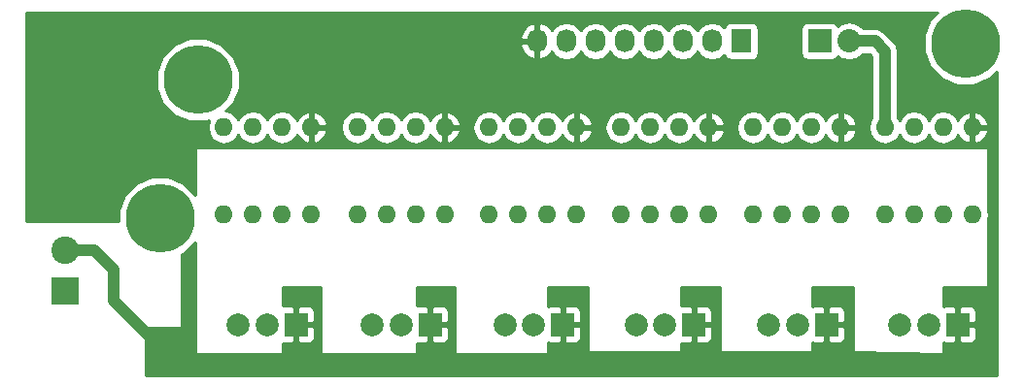
<source format=gbr>
G04 #@! TF.FileFunction,Copper,L2,Bot,Signal*
%FSLAX46Y46*%
G04 Gerber Fmt 4.6, Leading zero omitted, Abs format (unit mm)*
G04 Created by KiCad (PCBNEW 4.0.6+dfsg1-1) date Wed Nov 29 19:26:48 2017*
%MOMM*%
%LPD*%
G01*
G04 APERTURE LIST*
%ADD10C,0.100000*%
%ADD11R,2.000000X2.000000*%
%ADD12C,2.000000*%
%ADD13R,2.400000X2.400000*%
%ADD14C,2.400000*%
%ADD15O,1.600000X1.600000*%
%ADD16R,1.727200X2.032000*%
%ADD17O,1.727200X2.032000*%
%ADD18R,2.032000X2.032000*%
%ADD19O,2.032000X2.032000*%
%ADD20C,6.000000*%
%ADD21C,0.600000*%
%ADD22C,1.000000*%
%ADD23C,0.500000*%
%ADD24C,0.254000*%
G04 APERTURE END LIST*
D10*
D11*
X177850800Y-118084600D03*
D12*
X175310800Y-118084600D03*
X172810800Y-118084600D03*
D11*
X200837800Y-118084600D03*
D12*
X198297800Y-118084600D03*
X195797800Y-118084600D03*
D13*
X146022800Y-115127600D03*
D14*
X146022800Y-111627600D03*
D15*
X171500800Y-108483400D03*
X174040800Y-108483400D03*
X176580800Y-108483400D03*
X179120800Y-108483400D03*
X179120800Y-100863400D03*
X176580800Y-100863400D03*
X174040800Y-100863400D03*
X171500800Y-100863400D03*
X159893000Y-108483400D03*
X162433000Y-108483400D03*
X164973000Y-108483400D03*
X167513000Y-108483400D03*
X167513000Y-100863400D03*
X164973000Y-100863400D03*
X162433000Y-100863400D03*
X159893000Y-100863400D03*
D11*
X166166800Y-118084600D03*
D12*
X163626800Y-118084600D03*
X161126800Y-118084600D03*
D16*
X204978000Y-93345000D03*
D17*
X202438000Y-93345000D03*
X199898000Y-93345000D03*
X197358000Y-93345000D03*
X194818000Y-93345000D03*
X192278000Y-93345000D03*
X189738000Y-93345000D03*
X187198000Y-93345000D03*
D11*
X223824800Y-118084600D03*
D12*
X221284800Y-118084600D03*
X218784800Y-118084600D03*
D11*
X212394800Y-118084600D03*
D12*
X209854800Y-118084600D03*
X207354800Y-118084600D03*
D11*
X189407800Y-118084600D03*
D12*
X186867800Y-118084600D03*
X184367800Y-118084600D03*
D15*
X183000000Y-108500000D03*
X185540000Y-108500000D03*
X188080000Y-108500000D03*
X190620000Y-108500000D03*
X190620000Y-100880000D03*
X188080000Y-100880000D03*
X185540000Y-100880000D03*
X183000000Y-100880000D03*
X194500000Y-108500000D03*
X197040000Y-108500000D03*
X199580000Y-108500000D03*
X202120000Y-108500000D03*
X202120000Y-100880000D03*
X199580000Y-100880000D03*
X197040000Y-100880000D03*
X194500000Y-100880000D03*
X206000000Y-108500000D03*
X208540000Y-108500000D03*
X211080000Y-108500000D03*
X213620000Y-108500000D03*
X213620000Y-100880000D03*
X211080000Y-100880000D03*
X208540000Y-100880000D03*
X206000000Y-100880000D03*
X217500000Y-108500000D03*
X220040000Y-108500000D03*
X222580000Y-108500000D03*
X225120000Y-108500000D03*
X225120000Y-100880000D03*
X222580000Y-100880000D03*
X220040000Y-100880000D03*
X217500000Y-100880000D03*
D18*
X211822800Y-93327600D03*
D19*
X214362800Y-93327600D03*
D20*
X224522800Y-93527600D03*
X154322800Y-108827600D03*
X157622800Y-96727600D03*
D21*
X154722800Y-120427600D03*
D22*
X150272800Y-115977600D02*
X154722800Y-120427600D01*
X150272800Y-115977600D02*
X150272800Y-113327600D01*
X150272800Y-113327600D02*
X148572800Y-111627600D01*
X146022800Y-111627600D02*
X148572800Y-111627600D01*
D23*
X167513000Y-100507800D02*
X167513000Y-100863400D01*
D22*
X217500000Y-100880000D02*
X217500000Y-94204800D01*
X216622800Y-93327600D02*
X214362800Y-93327600D01*
X217500000Y-94204800D02*
X216622800Y-93327600D01*
D24*
G36*
X221442994Y-91465849D02*
X220888432Y-92801382D01*
X220887170Y-94247474D01*
X221439400Y-95583972D01*
X222461049Y-96607406D01*
X223796582Y-97161968D01*
X225242674Y-97163230D01*
X226579172Y-96611000D01*
X227212800Y-95978477D01*
X227212800Y-122517600D01*
X153049800Y-122517600D01*
X153049800Y-118404600D01*
X156122800Y-118404600D01*
X156168959Y-118395915D01*
X156211353Y-118368635D01*
X156239794Y-118327010D01*
X156249800Y-118277600D01*
X156249800Y-111964455D01*
X156379172Y-111911000D01*
X157402606Y-110889351D01*
X157403800Y-110886476D01*
X157403800Y-120497600D01*
X157412485Y-120543759D01*
X157439765Y-120586153D01*
X157481390Y-120614594D01*
X157530800Y-120624600D01*
X164896800Y-120624600D01*
X164942959Y-120615915D01*
X164985353Y-120588635D01*
X165013794Y-120547010D01*
X165023800Y-120497600D01*
X165023800Y-119712686D01*
X165040491Y-119719600D01*
X165881050Y-119719600D01*
X166039800Y-119560850D01*
X166039800Y-118211600D01*
X166293800Y-118211600D01*
X166293800Y-119560850D01*
X166452550Y-119719600D01*
X167293109Y-119719600D01*
X167526498Y-119622927D01*
X167705127Y-119444299D01*
X167801800Y-119210910D01*
X167801800Y-118370350D01*
X167643050Y-118211600D01*
X166293800Y-118211600D01*
X166039800Y-118211600D01*
X166019800Y-118211600D01*
X166019800Y-117957600D01*
X166039800Y-117957600D01*
X166039800Y-116608350D01*
X166293800Y-116608350D01*
X166293800Y-117957600D01*
X167643050Y-117957600D01*
X167801800Y-117798850D01*
X167801800Y-116958290D01*
X167705127Y-116724901D01*
X167526498Y-116546273D01*
X167293109Y-116449600D01*
X166452550Y-116449600D01*
X166293800Y-116608350D01*
X166039800Y-116608350D01*
X165881050Y-116449600D01*
X165040491Y-116449600D01*
X165023800Y-116456514D01*
X165023800Y-114782600D01*
X168325800Y-114782600D01*
X168325800Y-120497600D01*
X168334485Y-120543759D01*
X168361765Y-120586153D01*
X168403390Y-120614594D01*
X168452800Y-120624600D01*
X176580800Y-120624600D01*
X176626959Y-120615915D01*
X176669353Y-120588635D01*
X176697794Y-120547010D01*
X176707800Y-120497600D01*
X176707800Y-119712686D01*
X176724491Y-119719600D01*
X177565050Y-119719600D01*
X177723800Y-119560850D01*
X177723800Y-118211600D01*
X177977800Y-118211600D01*
X177977800Y-119560850D01*
X178136550Y-119719600D01*
X178977109Y-119719600D01*
X179210498Y-119622927D01*
X179389127Y-119444299D01*
X179485800Y-119210910D01*
X179485800Y-118370350D01*
X179327050Y-118211600D01*
X177977800Y-118211600D01*
X177723800Y-118211600D01*
X177703800Y-118211600D01*
X177703800Y-117957600D01*
X177723800Y-117957600D01*
X177723800Y-116608350D01*
X177977800Y-116608350D01*
X177977800Y-117957600D01*
X179327050Y-117957600D01*
X179485800Y-117798850D01*
X179485800Y-116958290D01*
X179389127Y-116724901D01*
X179210498Y-116546273D01*
X178977109Y-116449600D01*
X178136550Y-116449600D01*
X177977800Y-116608350D01*
X177723800Y-116608350D01*
X177565050Y-116449600D01*
X176724491Y-116449600D01*
X176707800Y-116456514D01*
X176707800Y-114782600D01*
X180009800Y-114782600D01*
X180009800Y-120497600D01*
X180018485Y-120543759D01*
X180045765Y-120586153D01*
X180087390Y-120614594D01*
X180136800Y-120624600D01*
X188010800Y-120624600D01*
X188056959Y-120615915D01*
X188099353Y-120588635D01*
X188127794Y-120547010D01*
X188137800Y-120497600D01*
X188137800Y-119660081D01*
X188281491Y-119719600D01*
X189122050Y-119719600D01*
X189280800Y-119560850D01*
X189280800Y-118211600D01*
X189534800Y-118211600D01*
X189534800Y-119560850D01*
X189693550Y-119719600D01*
X190534109Y-119719600D01*
X190767498Y-119622927D01*
X190946127Y-119444299D01*
X191042800Y-119210910D01*
X191042800Y-118370350D01*
X190884050Y-118211600D01*
X189534800Y-118211600D01*
X189280800Y-118211600D01*
X189260800Y-118211600D01*
X189260800Y-117957600D01*
X189280800Y-117957600D01*
X189280800Y-116608350D01*
X189534800Y-116608350D01*
X189534800Y-117957600D01*
X190884050Y-117957600D01*
X191042800Y-117798850D01*
X191042800Y-116958290D01*
X190946127Y-116724901D01*
X190767498Y-116546273D01*
X190534109Y-116449600D01*
X189693550Y-116449600D01*
X189534800Y-116608350D01*
X189280800Y-116608350D01*
X189122050Y-116449600D01*
X188281491Y-116449600D01*
X188137800Y-116509119D01*
X188137800Y-114782600D01*
X191566800Y-114782600D01*
X191566800Y-120370600D01*
X191575485Y-120416759D01*
X191602765Y-120459153D01*
X191644390Y-120487594D01*
X191693800Y-120497600D01*
X199567800Y-120497600D01*
X199613959Y-120488915D01*
X199656353Y-120461635D01*
X199684794Y-120420010D01*
X199694800Y-120370600D01*
X199694800Y-119712686D01*
X199711491Y-119719600D01*
X200552050Y-119719600D01*
X200710800Y-119560850D01*
X200710800Y-118211600D01*
X200964800Y-118211600D01*
X200964800Y-119560850D01*
X201123550Y-119719600D01*
X201964109Y-119719600D01*
X202197498Y-119622927D01*
X202376127Y-119444299D01*
X202472800Y-119210910D01*
X202472800Y-118370350D01*
X202314050Y-118211600D01*
X200964800Y-118211600D01*
X200710800Y-118211600D01*
X200690800Y-118211600D01*
X200690800Y-117957600D01*
X200710800Y-117957600D01*
X200710800Y-116608350D01*
X200964800Y-116608350D01*
X200964800Y-117957600D01*
X202314050Y-117957600D01*
X202472800Y-117798850D01*
X202472800Y-116958290D01*
X202376127Y-116724901D01*
X202197498Y-116546273D01*
X201964109Y-116449600D01*
X201123550Y-116449600D01*
X200964800Y-116608350D01*
X200710800Y-116608350D01*
X200552050Y-116449600D01*
X199711491Y-116449600D01*
X199694800Y-116456514D01*
X199694800Y-114782600D01*
X203123800Y-114782600D01*
X203123800Y-120370600D01*
X203132485Y-120416759D01*
X203159765Y-120459153D01*
X203201390Y-120487594D01*
X203250800Y-120497600D01*
X210997800Y-120497600D01*
X211043959Y-120488915D01*
X211086353Y-120461635D01*
X211114794Y-120420010D01*
X211124800Y-120370600D01*
X211124800Y-119660081D01*
X211268491Y-119719600D01*
X212109050Y-119719600D01*
X212267800Y-119560850D01*
X212267800Y-118211600D01*
X212521800Y-118211600D01*
X212521800Y-119560850D01*
X212680550Y-119719600D01*
X213521109Y-119719600D01*
X213754498Y-119622927D01*
X213933127Y-119444299D01*
X214029800Y-119210910D01*
X214029800Y-118370350D01*
X213871050Y-118211600D01*
X212521800Y-118211600D01*
X212267800Y-118211600D01*
X212247800Y-118211600D01*
X212247800Y-117957600D01*
X212267800Y-117957600D01*
X212267800Y-116608350D01*
X212521800Y-116608350D01*
X212521800Y-117957600D01*
X213871050Y-117957600D01*
X214029800Y-117798850D01*
X214029800Y-116958290D01*
X213933127Y-116724901D01*
X213754498Y-116546273D01*
X213521109Y-116449600D01*
X212680550Y-116449600D01*
X212521800Y-116608350D01*
X212267800Y-116608350D01*
X212109050Y-116449600D01*
X211268491Y-116449600D01*
X211124800Y-116509119D01*
X211124800Y-114782600D01*
X214680800Y-114782600D01*
X214680800Y-120370600D01*
X214688733Y-120414781D01*
X214715302Y-120457624D01*
X214756447Y-120486755D01*
X214805684Y-120497582D01*
X222425684Y-120624582D01*
X222473959Y-120615915D01*
X222516353Y-120588635D01*
X222544794Y-120547010D01*
X222554800Y-120497600D01*
X222554800Y-119660081D01*
X222698491Y-119719600D01*
X223539050Y-119719600D01*
X223697800Y-119560850D01*
X223697800Y-118211600D01*
X223951800Y-118211600D01*
X223951800Y-119560850D01*
X224110550Y-119719600D01*
X224951109Y-119719600D01*
X225184498Y-119622927D01*
X225363127Y-119444299D01*
X225459800Y-119210910D01*
X225459800Y-118370350D01*
X225301050Y-118211600D01*
X223951800Y-118211600D01*
X223697800Y-118211600D01*
X223677800Y-118211600D01*
X223677800Y-117957600D01*
X223697800Y-117957600D01*
X223697800Y-116608350D01*
X223951800Y-116608350D01*
X223951800Y-117957600D01*
X225301050Y-117957600D01*
X225459800Y-117798850D01*
X225459800Y-116958290D01*
X225363127Y-116724901D01*
X225184498Y-116546273D01*
X224951109Y-116449600D01*
X224110550Y-116449600D01*
X223951800Y-116608350D01*
X223697800Y-116608350D01*
X223539050Y-116449600D01*
X222698491Y-116449600D01*
X222554800Y-116509119D01*
X222554800Y-114782600D01*
X226364800Y-114782600D01*
X226410959Y-114773915D01*
X226453353Y-114746635D01*
X226481794Y-114705010D01*
X226491800Y-114655600D01*
X226491800Y-108845841D01*
X226555000Y-108528113D01*
X226555000Y-108471887D01*
X226491800Y-108154159D01*
X226491800Y-102717600D01*
X226483115Y-102671441D01*
X226455835Y-102629047D01*
X226414210Y-102600606D01*
X226364800Y-102590600D01*
X157530800Y-102590600D01*
X157484641Y-102599285D01*
X157442247Y-102626565D01*
X157413806Y-102668190D01*
X157403800Y-102717600D01*
X157403800Y-106768824D01*
X156384551Y-105747794D01*
X155049018Y-105193232D01*
X153602926Y-105191970D01*
X152266428Y-105744200D01*
X151242994Y-106765849D01*
X150688432Y-108101382D01*
X150687604Y-109050600D01*
X142632800Y-109050600D01*
X142632800Y-97447474D01*
X153987170Y-97447474D01*
X154539400Y-98783972D01*
X155561049Y-99807406D01*
X156896582Y-100361968D01*
X158342674Y-100363230D01*
X158581717Y-100264459D01*
X158567233Y-100286136D01*
X158458000Y-100835287D01*
X158458000Y-100891513D01*
X158567233Y-101440664D01*
X158878302Y-101906211D01*
X159343849Y-102217280D01*
X159893000Y-102326513D01*
X160442151Y-102217280D01*
X160907698Y-101906211D01*
X161163000Y-101524125D01*
X161418302Y-101906211D01*
X161883849Y-102217280D01*
X162433000Y-102326513D01*
X162982151Y-102217280D01*
X163447698Y-101906211D01*
X163703000Y-101524125D01*
X163958302Y-101906211D01*
X164423849Y-102217280D01*
X164973000Y-102326513D01*
X165522151Y-102217280D01*
X165987698Y-101906211D01*
X166257986Y-101501697D01*
X166360611Y-101718534D01*
X166775577Y-102094441D01*
X167163961Y-102255304D01*
X167386000Y-102133315D01*
X167386000Y-100990400D01*
X167640000Y-100990400D01*
X167640000Y-102133315D01*
X167862039Y-102255304D01*
X168250423Y-102094441D01*
X168665389Y-101718534D01*
X168904914Y-101212441D01*
X168783629Y-100990400D01*
X167640000Y-100990400D01*
X167386000Y-100990400D01*
X167366000Y-100990400D01*
X167366000Y-100835287D01*
X170065800Y-100835287D01*
X170065800Y-100891513D01*
X170175033Y-101440664D01*
X170486102Y-101906211D01*
X170951649Y-102217280D01*
X171500800Y-102326513D01*
X172049951Y-102217280D01*
X172515498Y-101906211D01*
X172770800Y-101524125D01*
X173026102Y-101906211D01*
X173491649Y-102217280D01*
X174040800Y-102326513D01*
X174589951Y-102217280D01*
X175055498Y-101906211D01*
X175310800Y-101524125D01*
X175566102Y-101906211D01*
X176031649Y-102217280D01*
X176580800Y-102326513D01*
X177129951Y-102217280D01*
X177595498Y-101906211D01*
X177865786Y-101501697D01*
X177968411Y-101718534D01*
X178383377Y-102094441D01*
X178771761Y-102255304D01*
X178993800Y-102133315D01*
X178993800Y-100990400D01*
X179247800Y-100990400D01*
X179247800Y-102133315D01*
X179469839Y-102255304D01*
X179858223Y-102094441D01*
X180273189Y-101718534D01*
X180512714Y-101212441D01*
X180391429Y-100990400D01*
X179247800Y-100990400D01*
X178993800Y-100990400D01*
X178973800Y-100990400D01*
X178973800Y-100851887D01*
X181565000Y-100851887D01*
X181565000Y-100908113D01*
X181674233Y-101457264D01*
X181985302Y-101922811D01*
X182450849Y-102233880D01*
X183000000Y-102343113D01*
X183549151Y-102233880D01*
X184014698Y-101922811D01*
X184270000Y-101540725D01*
X184525302Y-101922811D01*
X184990849Y-102233880D01*
X185540000Y-102343113D01*
X186089151Y-102233880D01*
X186554698Y-101922811D01*
X186810000Y-101540725D01*
X187065302Y-101922811D01*
X187530849Y-102233880D01*
X188080000Y-102343113D01*
X188629151Y-102233880D01*
X189094698Y-101922811D01*
X189364986Y-101518297D01*
X189467611Y-101735134D01*
X189882577Y-102111041D01*
X190270961Y-102271904D01*
X190493000Y-102149915D01*
X190493000Y-101007000D01*
X190747000Y-101007000D01*
X190747000Y-102149915D01*
X190969039Y-102271904D01*
X191357423Y-102111041D01*
X191772389Y-101735134D01*
X192011914Y-101229041D01*
X191890629Y-101007000D01*
X190747000Y-101007000D01*
X190493000Y-101007000D01*
X190473000Y-101007000D01*
X190473000Y-100851887D01*
X193065000Y-100851887D01*
X193065000Y-100908113D01*
X193174233Y-101457264D01*
X193485302Y-101922811D01*
X193950849Y-102233880D01*
X194500000Y-102343113D01*
X195049151Y-102233880D01*
X195514698Y-101922811D01*
X195770000Y-101540725D01*
X196025302Y-101922811D01*
X196490849Y-102233880D01*
X197040000Y-102343113D01*
X197589151Y-102233880D01*
X198054698Y-101922811D01*
X198310000Y-101540725D01*
X198565302Y-101922811D01*
X199030849Y-102233880D01*
X199580000Y-102343113D01*
X200129151Y-102233880D01*
X200594698Y-101922811D01*
X200864986Y-101518297D01*
X200967611Y-101735134D01*
X201382577Y-102111041D01*
X201770961Y-102271904D01*
X201993000Y-102149915D01*
X201993000Y-101007000D01*
X202247000Y-101007000D01*
X202247000Y-102149915D01*
X202469039Y-102271904D01*
X202857423Y-102111041D01*
X203272389Y-101735134D01*
X203511914Y-101229041D01*
X203390629Y-101007000D01*
X202247000Y-101007000D01*
X201993000Y-101007000D01*
X201973000Y-101007000D01*
X201973000Y-100851887D01*
X204565000Y-100851887D01*
X204565000Y-100908113D01*
X204674233Y-101457264D01*
X204985302Y-101922811D01*
X205450849Y-102233880D01*
X206000000Y-102343113D01*
X206549151Y-102233880D01*
X207014698Y-101922811D01*
X207270000Y-101540725D01*
X207525302Y-101922811D01*
X207990849Y-102233880D01*
X208540000Y-102343113D01*
X209089151Y-102233880D01*
X209554698Y-101922811D01*
X209810000Y-101540725D01*
X210065302Y-101922811D01*
X210530849Y-102233880D01*
X211080000Y-102343113D01*
X211629151Y-102233880D01*
X212094698Y-101922811D01*
X212364986Y-101518297D01*
X212467611Y-101735134D01*
X212882577Y-102111041D01*
X213270961Y-102271904D01*
X213493000Y-102149915D01*
X213493000Y-101007000D01*
X213747000Y-101007000D01*
X213747000Y-102149915D01*
X213969039Y-102271904D01*
X214357423Y-102111041D01*
X214772389Y-101735134D01*
X215011914Y-101229041D01*
X214890629Y-101007000D01*
X213747000Y-101007000D01*
X213493000Y-101007000D01*
X213473000Y-101007000D01*
X213473000Y-100753000D01*
X213493000Y-100753000D01*
X213493000Y-99610085D01*
X213747000Y-99610085D01*
X213747000Y-100753000D01*
X214890629Y-100753000D01*
X215011914Y-100530959D01*
X214772389Y-100024866D01*
X214357423Y-99648959D01*
X213969039Y-99488096D01*
X213747000Y-99610085D01*
X213493000Y-99610085D01*
X213270961Y-99488096D01*
X212882577Y-99648959D01*
X212467611Y-100024866D01*
X212364986Y-100241703D01*
X212094698Y-99837189D01*
X211629151Y-99526120D01*
X211080000Y-99416887D01*
X210530849Y-99526120D01*
X210065302Y-99837189D01*
X209810000Y-100219275D01*
X209554698Y-99837189D01*
X209089151Y-99526120D01*
X208540000Y-99416887D01*
X207990849Y-99526120D01*
X207525302Y-99837189D01*
X207270000Y-100219275D01*
X207014698Y-99837189D01*
X206549151Y-99526120D01*
X206000000Y-99416887D01*
X205450849Y-99526120D01*
X204985302Y-99837189D01*
X204674233Y-100302736D01*
X204565000Y-100851887D01*
X201973000Y-100851887D01*
X201973000Y-100753000D01*
X201993000Y-100753000D01*
X201993000Y-99610085D01*
X202247000Y-99610085D01*
X202247000Y-100753000D01*
X203390629Y-100753000D01*
X203511914Y-100530959D01*
X203272389Y-100024866D01*
X202857423Y-99648959D01*
X202469039Y-99488096D01*
X202247000Y-99610085D01*
X201993000Y-99610085D01*
X201770961Y-99488096D01*
X201382577Y-99648959D01*
X200967611Y-100024866D01*
X200864986Y-100241703D01*
X200594698Y-99837189D01*
X200129151Y-99526120D01*
X199580000Y-99416887D01*
X199030849Y-99526120D01*
X198565302Y-99837189D01*
X198310000Y-100219275D01*
X198054698Y-99837189D01*
X197589151Y-99526120D01*
X197040000Y-99416887D01*
X196490849Y-99526120D01*
X196025302Y-99837189D01*
X195770000Y-100219275D01*
X195514698Y-99837189D01*
X195049151Y-99526120D01*
X194500000Y-99416887D01*
X193950849Y-99526120D01*
X193485302Y-99837189D01*
X193174233Y-100302736D01*
X193065000Y-100851887D01*
X190473000Y-100851887D01*
X190473000Y-100753000D01*
X190493000Y-100753000D01*
X190493000Y-99610085D01*
X190747000Y-99610085D01*
X190747000Y-100753000D01*
X191890629Y-100753000D01*
X192011914Y-100530959D01*
X191772389Y-100024866D01*
X191357423Y-99648959D01*
X190969039Y-99488096D01*
X190747000Y-99610085D01*
X190493000Y-99610085D01*
X190270961Y-99488096D01*
X189882577Y-99648959D01*
X189467611Y-100024866D01*
X189364986Y-100241703D01*
X189094698Y-99837189D01*
X188629151Y-99526120D01*
X188080000Y-99416887D01*
X187530849Y-99526120D01*
X187065302Y-99837189D01*
X186810000Y-100219275D01*
X186554698Y-99837189D01*
X186089151Y-99526120D01*
X185540000Y-99416887D01*
X184990849Y-99526120D01*
X184525302Y-99837189D01*
X184270000Y-100219275D01*
X184014698Y-99837189D01*
X183549151Y-99526120D01*
X183000000Y-99416887D01*
X182450849Y-99526120D01*
X181985302Y-99837189D01*
X181674233Y-100302736D01*
X181565000Y-100851887D01*
X178973800Y-100851887D01*
X178973800Y-100736400D01*
X178993800Y-100736400D01*
X178993800Y-99593485D01*
X179247800Y-99593485D01*
X179247800Y-100736400D01*
X180391429Y-100736400D01*
X180512714Y-100514359D01*
X180273189Y-100008266D01*
X179858223Y-99632359D01*
X179469839Y-99471496D01*
X179247800Y-99593485D01*
X178993800Y-99593485D01*
X178771761Y-99471496D01*
X178383377Y-99632359D01*
X177968411Y-100008266D01*
X177865786Y-100225103D01*
X177595498Y-99820589D01*
X177129951Y-99509520D01*
X176580800Y-99400287D01*
X176031649Y-99509520D01*
X175566102Y-99820589D01*
X175310800Y-100202675D01*
X175055498Y-99820589D01*
X174589951Y-99509520D01*
X174040800Y-99400287D01*
X173491649Y-99509520D01*
X173026102Y-99820589D01*
X172770800Y-100202675D01*
X172515498Y-99820589D01*
X172049951Y-99509520D01*
X171500800Y-99400287D01*
X170951649Y-99509520D01*
X170486102Y-99820589D01*
X170175033Y-100286136D01*
X170065800Y-100835287D01*
X167366000Y-100835287D01*
X167366000Y-100736400D01*
X167386000Y-100736400D01*
X167386000Y-99593485D01*
X167640000Y-99593485D01*
X167640000Y-100736400D01*
X168783629Y-100736400D01*
X168904914Y-100514359D01*
X168665389Y-100008266D01*
X168250423Y-99632359D01*
X167862039Y-99471496D01*
X167640000Y-99593485D01*
X167386000Y-99593485D01*
X167163961Y-99471496D01*
X166775577Y-99632359D01*
X166360611Y-100008266D01*
X166257986Y-100225103D01*
X165987698Y-99820589D01*
X165522151Y-99509520D01*
X164973000Y-99400287D01*
X164423849Y-99509520D01*
X163958302Y-99820589D01*
X163703000Y-100202675D01*
X163447698Y-99820589D01*
X162982151Y-99509520D01*
X162433000Y-99400287D01*
X161883849Y-99509520D01*
X161418302Y-99820589D01*
X161163000Y-100202675D01*
X160907698Y-99820589D01*
X160442151Y-99509520D01*
X160057770Y-99433062D01*
X160702606Y-98789351D01*
X161257168Y-97453818D01*
X161258430Y-96007726D01*
X160706200Y-94671228D01*
X159743567Y-93706913D01*
X185712816Y-93706913D01*
X185906046Y-94259320D01*
X186295964Y-94695732D01*
X186823209Y-94949709D01*
X186838974Y-94952358D01*
X187071000Y-94831217D01*
X187071000Y-93472000D01*
X185857076Y-93472000D01*
X185712816Y-93706913D01*
X159743567Y-93706913D01*
X159684551Y-93647794D01*
X158349018Y-93093232D01*
X156902926Y-93091970D01*
X155566428Y-93644200D01*
X154542994Y-94665849D01*
X153988432Y-96001382D01*
X153987170Y-97447474D01*
X142632800Y-97447474D01*
X142632800Y-92983087D01*
X185712816Y-92983087D01*
X185857076Y-93218000D01*
X187071000Y-93218000D01*
X187071000Y-91858783D01*
X187325000Y-91858783D01*
X187325000Y-93218000D01*
X187345000Y-93218000D01*
X187345000Y-93472000D01*
X187325000Y-93472000D01*
X187325000Y-94831217D01*
X187557026Y-94952358D01*
X187572791Y-94949709D01*
X188100036Y-94695732D01*
X188471539Y-94279931D01*
X188678330Y-94589415D01*
X189164511Y-94914271D01*
X189738000Y-95028345D01*
X190311489Y-94914271D01*
X190797670Y-94589415D01*
X191008000Y-94274634D01*
X191218330Y-94589415D01*
X191704511Y-94914271D01*
X192278000Y-95028345D01*
X192851489Y-94914271D01*
X193337670Y-94589415D01*
X193548000Y-94274634D01*
X193758330Y-94589415D01*
X194244511Y-94914271D01*
X194818000Y-95028345D01*
X195391489Y-94914271D01*
X195877670Y-94589415D01*
X196088000Y-94274634D01*
X196298330Y-94589415D01*
X196784511Y-94914271D01*
X197358000Y-95028345D01*
X197931489Y-94914271D01*
X198417670Y-94589415D01*
X198628000Y-94274634D01*
X198838330Y-94589415D01*
X199324511Y-94914271D01*
X199898000Y-95028345D01*
X200471489Y-94914271D01*
X200957670Y-94589415D01*
X201168000Y-94274634D01*
X201378330Y-94589415D01*
X201864511Y-94914271D01*
X202438000Y-95028345D01*
X203011489Y-94914271D01*
X203497670Y-94589415D01*
X203507243Y-94575087D01*
X203511238Y-94596317D01*
X203650310Y-94812441D01*
X203862510Y-94957431D01*
X204114400Y-95008440D01*
X205841600Y-95008440D01*
X206076917Y-94964162D01*
X206293041Y-94825090D01*
X206438031Y-94612890D01*
X206489040Y-94361000D01*
X206489040Y-92329000D01*
X206485766Y-92311600D01*
X210159360Y-92311600D01*
X210159360Y-94343600D01*
X210203638Y-94578917D01*
X210342710Y-94795041D01*
X210554910Y-94940031D01*
X210806800Y-94991040D01*
X212838800Y-94991040D01*
X213074117Y-94946762D01*
X213290241Y-94807690D01*
X213391998Y-94658763D01*
X213730990Y-94885270D01*
X214362800Y-95010945D01*
X214994610Y-94885270D01*
X215530233Y-94527378D01*
X215573516Y-94462600D01*
X216152668Y-94462600D01*
X216365000Y-94674932D01*
X216365000Y-100017233D01*
X216174233Y-100302736D01*
X216065000Y-100851887D01*
X216065000Y-100908113D01*
X216174233Y-101457264D01*
X216485302Y-101922811D01*
X216950849Y-102233880D01*
X217500000Y-102343113D01*
X218049151Y-102233880D01*
X218514698Y-101922811D01*
X218770000Y-101540725D01*
X219025302Y-101922811D01*
X219490849Y-102233880D01*
X220040000Y-102343113D01*
X220589151Y-102233880D01*
X221054698Y-101922811D01*
X221310000Y-101540725D01*
X221565302Y-101922811D01*
X222030849Y-102233880D01*
X222580000Y-102343113D01*
X223129151Y-102233880D01*
X223594698Y-101922811D01*
X223864986Y-101518297D01*
X223967611Y-101735134D01*
X224382577Y-102111041D01*
X224770961Y-102271904D01*
X224993000Y-102149915D01*
X224993000Y-101007000D01*
X225247000Y-101007000D01*
X225247000Y-102149915D01*
X225469039Y-102271904D01*
X225857423Y-102111041D01*
X226272389Y-101735134D01*
X226511914Y-101229041D01*
X226390629Y-101007000D01*
X225247000Y-101007000D01*
X224993000Y-101007000D01*
X224973000Y-101007000D01*
X224973000Y-100753000D01*
X224993000Y-100753000D01*
X224993000Y-99610085D01*
X225247000Y-99610085D01*
X225247000Y-100753000D01*
X226390629Y-100753000D01*
X226511914Y-100530959D01*
X226272389Y-100024866D01*
X225857423Y-99648959D01*
X225469039Y-99488096D01*
X225247000Y-99610085D01*
X224993000Y-99610085D01*
X224770961Y-99488096D01*
X224382577Y-99648959D01*
X223967611Y-100024866D01*
X223864986Y-100241703D01*
X223594698Y-99837189D01*
X223129151Y-99526120D01*
X222580000Y-99416887D01*
X222030849Y-99526120D01*
X221565302Y-99837189D01*
X221310000Y-100219275D01*
X221054698Y-99837189D01*
X220589151Y-99526120D01*
X220040000Y-99416887D01*
X219490849Y-99526120D01*
X219025302Y-99837189D01*
X218770000Y-100219275D01*
X218635000Y-100017233D01*
X218635000Y-94204800D01*
X218548603Y-93770454D01*
X218302566Y-93402234D01*
X217425366Y-92525034D01*
X217284155Y-92430680D01*
X217057146Y-92278997D01*
X216622800Y-92192600D01*
X215573516Y-92192600D01*
X215530233Y-92127822D01*
X214994610Y-91769930D01*
X214362800Y-91644255D01*
X213730990Y-91769930D01*
X213391008Y-91997099D01*
X213302890Y-91860159D01*
X213090690Y-91715169D01*
X212838800Y-91664160D01*
X210806800Y-91664160D01*
X210571483Y-91708438D01*
X210355359Y-91847510D01*
X210210369Y-92059710D01*
X210159360Y-92311600D01*
X206485766Y-92311600D01*
X206444762Y-92093683D01*
X206305690Y-91877559D01*
X206093490Y-91732569D01*
X205841600Y-91681560D01*
X204114400Y-91681560D01*
X203879083Y-91725838D01*
X203662959Y-91864910D01*
X203517969Y-92077110D01*
X203509600Y-92118439D01*
X203497670Y-92100585D01*
X203011489Y-91775729D01*
X202438000Y-91661655D01*
X201864511Y-91775729D01*
X201378330Y-92100585D01*
X201168000Y-92415366D01*
X200957670Y-92100585D01*
X200471489Y-91775729D01*
X199898000Y-91661655D01*
X199324511Y-91775729D01*
X198838330Y-92100585D01*
X198628000Y-92415366D01*
X198417670Y-92100585D01*
X197931489Y-91775729D01*
X197358000Y-91661655D01*
X196784511Y-91775729D01*
X196298330Y-92100585D01*
X196088000Y-92415366D01*
X195877670Y-92100585D01*
X195391489Y-91775729D01*
X194818000Y-91661655D01*
X194244511Y-91775729D01*
X193758330Y-92100585D01*
X193548000Y-92415366D01*
X193337670Y-92100585D01*
X192851489Y-91775729D01*
X192278000Y-91661655D01*
X191704511Y-91775729D01*
X191218330Y-92100585D01*
X191008000Y-92415366D01*
X190797670Y-92100585D01*
X190311489Y-91775729D01*
X189738000Y-91661655D01*
X189164511Y-91775729D01*
X188678330Y-92100585D01*
X188471539Y-92410069D01*
X188100036Y-91994268D01*
X187572791Y-91740291D01*
X187557026Y-91737642D01*
X187325000Y-91858783D01*
X187071000Y-91858783D01*
X186838974Y-91737642D01*
X186823209Y-91740291D01*
X186295964Y-91994268D01*
X185906046Y-92430680D01*
X185712816Y-92983087D01*
X142632800Y-92983087D01*
X142632800Y-90837600D01*
X222072341Y-90837600D01*
X221442994Y-91465849D01*
X221442994Y-91465849D01*
G37*
X221442994Y-91465849D02*
X220888432Y-92801382D01*
X220887170Y-94247474D01*
X221439400Y-95583972D01*
X222461049Y-96607406D01*
X223796582Y-97161968D01*
X225242674Y-97163230D01*
X226579172Y-96611000D01*
X227212800Y-95978477D01*
X227212800Y-122517600D01*
X153049800Y-122517600D01*
X153049800Y-118404600D01*
X156122800Y-118404600D01*
X156168959Y-118395915D01*
X156211353Y-118368635D01*
X156239794Y-118327010D01*
X156249800Y-118277600D01*
X156249800Y-111964455D01*
X156379172Y-111911000D01*
X157402606Y-110889351D01*
X157403800Y-110886476D01*
X157403800Y-120497600D01*
X157412485Y-120543759D01*
X157439765Y-120586153D01*
X157481390Y-120614594D01*
X157530800Y-120624600D01*
X164896800Y-120624600D01*
X164942959Y-120615915D01*
X164985353Y-120588635D01*
X165013794Y-120547010D01*
X165023800Y-120497600D01*
X165023800Y-119712686D01*
X165040491Y-119719600D01*
X165881050Y-119719600D01*
X166039800Y-119560850D01*
X166039800Y-118211600D01*
X166293800Y-118211600D01*
X166293800Y-119560850D01*
X166452550Y-119719600D01*
X167293109Y-119719600D01*
X167526498Y-119622927D01*
X167705127Y-119444299D01*
X167801800Y-119210910D01*
X167801800Y-118370350D01*
X167643050Y-118211600D01*
X166293800Y-118211600D01*
X166039800Y-118211600D01*
X166019800Y-118211600D01*
X166019800Y-117957600D01*
X166039800Y-117957600D01*
X166039800Y-116608350D01*
X166293800Y-116608350D01*
X166293800Y-117957600D01*
X167643050Y-117957600D01*
X167801800Y-117798850D01*
X167801800Y-116958290D01*
X167705127Y-116724901D01*
X167526498Y-116546273D01*
X167293109Y-116449600D01*
X166452550Y-116449600D01*
X166293800Y-116608350D01*
X166039800Y-116608350D01*
X165881050Y-116449600D01*
X165040491Y-116449600D01*
X165023800Y-116456514D01*
X165023800Y-114782600D01*
X168325800Y-114782600D01*
X168325800Y-120497600D01*
X168334485Y-120543759D01*
X168361765Y-120586153D01*
X168403390Y-120614594D01*
X168452800Y-120624600D01*
X176580800Y-120624600D01*
X176626959Y-120615915D01*
X176669353Y-120588635D01*
X176697794Y-120547010D01*
X176707800Y-120497600D01*
X176707800Y-119712686D01*
X176724491Y-119719600D01*
X177565050Y-119719600D01*
X177723800Y-119560850D01*
X177723800Y-118211600D01*
X177977800Y-118211600D01*
X177977800Y-119560850D01*
X178136550Y-119719600D01*
X178977109Y-119719600D01*
X179210498Y-119622927D01*
X179389127Y-119444299D01*
X179485800Y-119210910D01*
X179485800Y-118370350D01*
X179327050Y-118211600D01*
X177977800Y-118211600D01*
X177723800Y-118211600D01*
X177703800Y-118211600D01*
X177703800Y-117957600D01*
X177723800Y-117957600D01*
X177723800Y-116608350D01*
X177977800Y-116608350D01*
X177977800Y-117957600D01*
X179327050Y-117957600D01*
X179485800Y-117798850D01*
X179485800Y-116958290D01*
X179389127Y-116724901D01*
X179210498Y-116546273D01*
X178977109Y-116449600D01*
X178136550Y-116449600D01*
X177977800Y-116608350D01*
X177723800Y-116608350D01*
X177565050Y-116449600D01*
X176724491Y-116449600D01*
X176707800Y-116456514D01*
X176707800Y-114782600D01*
X180009800Y-114782600D01*
X180009800Y-120497600D01*
X180018485Y-120543759D01*
X180045765Y-120586153D01*
X180087390Y-120614594D01*
X180136800Y-120624600D01*
X188010800Y-120624600D01*
X188056959Y-120615915D01*
X188099353Y-120588635D01*
X188127794Y-120547010D01*
X188137800Y-120497600D01*
X188137800Y-119660081D01*
X188281491Y-119719600D01*
X189122050Y-119719600D01*
X189280800Y-119560850D01*
X189280800Y-118211600D01*
X189534800Y-118211600D01*
X189534800Y-119560850D01*
X189693550Y-119719600D01*
X190534109Y-119719600D01*
X190767498Y-119622927D01*
X190946127Y-119444299D01*
X191042800Y-119210910D01*
X191042800Y-118370350D01*
X190884050Y-118211600D01*
X189534800Y-118211600D01*
X189280800Y-118211600D01*
X189260800Y-118211600D01*
X189260800Y-117957600D01*
X189280800Y-117957600D01*
X189280800Y-116608350D01*
X189534800Y-116608350D01*
X189534800Y-117957600D01*
X190884050Y-117957600D01*
X191042800Y-117798850D01*
X191042800Y-116958290D01*
X190946127Y-116724901D01*
X190767498Y-116546273D01*
X190534109Y-116449600D01*
X189693550Y-116449600D01*
X189534800Y-116608350D01*
X189280800Y-116608350D01*
X189122050Y-116449600D01*
X188281491Y-116449600D01*
X188137800Y-116509119D01*
X188137800Y-114782600D01*
X191566800Y-114782600D01*
X191566800Y-120370600D01*
X191575485Y-120416759D01*
X191602765Y-120459153D01*
X191644390Y-120487594D01*
X191693800Y-120497600D01*
X199567800Y-120497600D01*
X199613959Y-120488915D01*
X199656353Y-120461635D01*
X199684794Y-120420010D01*
X199694800Y-120370600D01*
X199694800Y-119712686D01*
X199711491Y-119719600D01*
X200552050Y-119719600D01*
X200710800Y-119560850D01*
X200710800Y-118211600D01*
X200964800Y-118211600D01*
X200964800Y-119560850D01*
X201123550Y-119719600D01*
X201964109Y-119719600D01*
X202197498Y-119622927D01*
X202376127Y-119444299D01*
X202472800Y-119210910D01*
X202472800Y-118370350D01*
X202314050Y-118211600D01*
X200964800Y-118211600D01*
X200710800Y-118211600D01*
X200690800Y-118211600D01*
X200690800Y-117957600D01*
X200710800Y-117957600D01*
X200710800Y-116608350D01*
X200964800Y-116608350D01*
X200964800Y-117957600D01*
X202314050Y-117957600D01*
X202472800Y-117798850D01*
X202472800Y-116958290D01*
X202376127Y-116724901D01*
X202197498Y-116546273D01*
X201964109Y-116449600D01*
X201123550Y-116449600D01*
X200964800Y-116608350D01*
X200710800Y-116608350D01*
X200552050Y-116449600D01*
X199711491Y-116449600D01*
X199694800Y-116456514D01*
X199694800Y-114782600D01*
X203123800Y-114782600D01*
X203123800Y-120370600D01*
X203132485Y-120416759D01*
X203159765Y-120459153D01*
X203201390Y-120487594D01*
X203250800Y-120497600D01*
X210997800Y-120497600D01*
X211043959Y-120488915D01*
X211086353Y-120461635D01*
X211114794Y-120420010D01*
X211124800Y-120370600D01*
X211124800Y-119660081D01*
X211268491Y-119719600D01*
X212109050Y-119719600D01*
X212267800Y-119560850D01*
X212267800Y-118211600D01*
X212521800Y-118211600D01*
X212521800Y-119560850D01*
X212680550Y-119719600D01*
X213521109Y-119719600D01*
X213754498Y-119622927D01*
X213933127Y-119444299D01*
X214029800Y-119210910D01*
X214029800Y-118370350D01*
X213871050Y-118211600D01*
X212521800Y-118211600D01*
X212267800Y-118211600D01*
X212247800Y-118211600D01*
X212247800Y-117957600D01*
X212267800Y-117957600D01*
X212267800Y-116608350D01*
X212521800Y-116608350D01*
X212521800Y-117957600D01*
X213871050Y-117957600D01*
X214029800Y-117798850D01*
X214029800Y-116958290D01*
X213933127Y-116724901D01*
X213754498Y-116546273D01*
X213521109Y-116449600D01*
X212680550Y-116449600D01*
X212521800Y-116608350D01*
X212267800Y-116608350D01*
X212109050Y-116449600D01*
X211268491Y-116449600D01*
X211124800Y-116509119D01*
X211124800Y-114782600D01*
X214680800Y-114782600D01*
X214680800Y-120370600D01*
X214688733Y-120414781D01*
X214715302Y-120457624D01*
X214756447Y-120486755D01*
X214805684Y-120497582D01*
X222425684Y-120624582D01*
X222473959Y-120615915D01*
X222516353Y-120588635D01*
X222544794Y-120547010D01*
X222554800Y-120497600D01*
X222554800Y-119660081D01*
X222698491Y-119719600D01*
X223539050Y-119719600D01*
X223697800Y-119560850D01*
X223697800Y-118211600D01*
X223951800Y-118211600D01*
X223951800Y-119560850D01*
X224110550Y-119719600D01*
X224951109Y-119719600D01*
X225184498Y-119622927D01*
X225363127Y-119444299D01*
X225459800Y-119210910D01*
X225459800Y-118370350D01*
X225301050Y-118211600D01*
X223951800Y-118211600D01*
X223697800Y-118211600D01*
X223677800Y-118211600D01*
X223677800Y-117957600D01*
X223697800Y-117957600D01*
X223697800Y-116608350D01*
X223951800Y-116608350D01*
X223951800Y-117957600D01*
X225301050Y-117957600D01*
X225459800Y-117798850D01*
X225459800Y-116958290D01*
X225363127Y-116724901D01*
X225184498Y-116546273D01*
X224951109Y-116449600D01*
X224110550Y-116449600D01*
X223951800Y-116608350D01*
X223697800Y-116608350D01*
X223539050Y-116449600D01*
X222698491Y-116449600D01*
X222554800Y-116509119D01*
X222554800Y-114782600D01*
X226364800Y-114782600D01*
X226410959Y-114773915D01*
X226453353Y-114746635D01*
X226481794Y-114705010D01*
X226491800Y-114655600D01*
X226491800Y-108845841D01*
X226555000Y-108528113D01*
X226555000Y-108471887D01*
X226491800Y-108154159D01*
X226491800Y-102717600D01*
X226483115Y-102671441D01*
X226455835Y-102629047D01*
X226414210Y-102600606D01*
X226364800Y-102590600D01*
X157530800Y-102590600D01*
X157484641Y-102599285D01*
X157442247Y-102626565D01*
X157413806Y-102668190D01*
X157403800Y-102717600D01*
X157403800Y-106768824D01*
X156384551Y-105747794D01*
X155049018Y-105193232D01*
X153602926Y-105191970D01*
X152266428Y-105744200D01*
X151242994Y-106765849D01*
X150688432Y-108101382D01*
X150687604Y-109050600D01*
X142632800Y-109050600D01*
X142632800Y-97447474D01*
X153987170Y-97447474D01*
X154539400Y-98783972D01*
X155561049Y-99807406D01*
X156896582Y-100361968D01*
X158342674Y-100363230D01*
X158581717Y-100264459D01*
X158567233Y-100286136D01*
X158458000Y-100835287D01*
X158458000Y-100891513D01*
X158567233Y-101440664D01*
X158878302Y-101906211D01*
X159343849Y-102217280D01*
X159893000Y-102326513D01*
X160442151Y-102217280D01*
X160907698Y-101906211D01*
X161163000Y-101524125D01*
X161418302Y-101906211D01*
X161883849Y-102217280D01*
X162433000Y-102326513D01*
X162982151Y-102217280D01*
X163447698Y-101906211D01*
X163703000Y-101524125D01*
X163958302Y-101906211D01*
X164423849Y-102217280D01*
X164973000Y-102326513D01*
X165522151Y-102217280D01*
X165987698Y-101906211D01*
X166257986Y-101501697D01*
X166360611Y-101718534D01*
X166775577Y-102094441D01*
X167163961Y-102255304D01*
X167386000Y-102133315D01*
X167386000Y-100990400D01*
X167640000Y-100990400D01*
X167640000Y-102133315D01*
X167862039Y-102255304D01*
X168250423Y-102094441D01*
X168665389Y-101718534D01*
X168904914Y-101212441D01*
X168783629Y-100990400D01*
X167640000Y-100990400D01*
X167386000Y-100990400D01*
X167366000Y-100990400D01*
X167366000Y-100835287D01*
X170065800Y-100835287D01*
X170065800Y-100891513D01*
X170175033Y-101440664D01*
X170486102Y-101906211D01*
X170951649Y-102217280D01*
X171500800Y-102326513D01*
X172049951Y-102217280D01*
X172515498Y-101906211D01*
X172770800Y-101524125D01*
X173026102Y-101906211D01*
X173491649Y-102217280D01*
X174040800Y-102326513D01*
X174589951Y-102217280D01*
X175055498Y-101906211D01*
X175310800Y-101524125D01*
X175566102Y-101906211D01*
X176031649Y-102217280D01*
X176580800Y-102326513D01*
X177129951Y-102217280D01*
X177595498Y-101906211D01*
X177865786Y-101501697D01*
X177968411Y-101718534D01*
X178383377Y-102094441D01*
X178771761Y-102255304D01*
X178993800Y-102133315D01*
X178993800Y-100990400D01*
X179247800Y-100990400D01*
X179247800Y-102133315D01*
X179469839Y-102255304D01*
X179858223Y-102094441D01*
X180273189Y-101718534D01*
X180512714Y-101212441D01*
X180391429Y-100990400D01*
X179247800Y-100990400D01*
X178993800Y-100990400D01*
X178973800Y-100990400D01*
X178973800Y-100851887D01*
X181565000Y-100851887D01*
X181565000Y-100908113D01*
X181674233Y-101457264D01*
X181985302Y-101922811D01*
X182450849Y-102233880D01*
X183000000Y-102343113D01*
X183549151Y-102233880D01*
X184014698Y-101922811D01*
X184270000Y-101540725D01*
X184525302Y-101922811D01*
X184990849Y-102233880D01*
X185540000Y-102343113D01*
X186089151Y-102233880D01*
X186554698Y-101922811D01*
X186810000Y-101540725D01*
X187065302Y-101922811D01*
X187530849Y-102233880D01*
X188080000Y-102343113D01*
X188629151Y-102233880D01*
X189094698Y-101922811D01*
X189364986Y-101518297D01*
X189467611Y-101735134D01*
X189882577Y-102111041D01*
X190270961Y-102271904D01*
X190493000Y-102149915D01*
X190493000Y-101007000D01*
X190747000Y-101007000D01*
X190747000Y-102149915D01*
X190969039Y-102271904D01*
X191357423Y-102111041D01*
X191772389Y-101735134D01*
X192011914Y-101229041D01*
X191890629Y-101007000D01*
X190747000Y-101007000D01*
X190493000Y-101007000D01*
X190473000Y-101007000D01*
X190473000Y-100851887D01*
X193065000Y-100851887D01*
X193065000Y-100908113D01*
X193174233Y-101457264D01*
X193485302Y-101922811D01*
X193950849Y-102233880D01*
X194500000Y-102343113D01*
X195049151Y-102233880D01*
X195514698Y-101922811D01*
X195770000Y-101540725D01*
X196025302Y-101922811D01*
X196490849Y-102233880D01*
X197040000Y-102343113D01*
X197589151Y-102233880D01*
X198054698Y-101922811D01*
X198310000Y-101540725D01*
X198565302Y-101922811D01*
X199030849Y-102233880D01*
X199580000Y-102343113D01*
X200129151Y-102233880D01*
X200594698Y-101922811D01*
X200864986Y-101518297D01*
X200967611Y-101735134D01*
X201382577Y-102111041D01*
X201770961Y-102271904D01*
X201993000Y-102149915D01*
X201993000Y-101007000D01*
X202247000Y-101007000D01*
X202247000Y-102149915D01*
X202469039Y-102271904D01*
X202857423Y-102111041D01*
X203272389Y-101735134D01*
X203511914Y-101229041D01*
X203390629Y-101007000D01*
X202247000Y-101007000D01*
X201993000Y-101007000D01*
X201973000Y-101007000D01*
X201973000Y-100851887D01*
X204565000Y-100851887D01*
X204565000Y-100908113D01*
X204674233Y-101457264D01*
X204985302Y-101922811D01*
X205450849Y-102233880D01*
X206000000Y-102343113D01*
X206549151Y-102233880D01*
X207014698Y-101922811D01*
X207270000Y-101540725D01*
X207525302Y-101922811D01*
X207990849Y-102233880D01*
X208540000Y-102343113D01*
X209089151Y-102233880D01*
X209554698Y-101922811D01*
X209810000Y-101540725D01*
X210065302Y-101922811D01*
X210530849Y-102233880D01*
X211080000Y-102343113D01*
X211629151Y-102233880D01*
X212094698Y-101922811D01*
X212364986Y-101518297D01*
X212467611Y-101735134D01*
X212882577Y-102111041D01*
X213270961Y-102271904D01*
X213493000Y-102149915D01*
X213493000Y-101007000D01*
X213747000Y-101007000D01*
X213747000Y-102149915D01*
X213969039Y-102271904D01*
X214357423Y-102111041D01*
X214772389Y-101735134D01*
X215011914Y-101229041D01*
X214890629Y-101007000D01*
X213747000Y-101007000D01*
X213493000Y-101007000D01*
X213473000Y-101007000D01*
X213473000Y-100753000D01*
X213493000Y-100753000D01*
X213493000Y-99610085D01*
X213747000Y-99610085D01*
X213747000Y-100753000D01*
X214890629Y-100753000D01*
X215011914Y-100530959D01*
X214772389Y-100024866D01*
X214357423Y-99648959D01*
X213969039Y-99488096D01*
X213747000Y-99610085D01*
X213493000Y-99610085D01*
X213270961Y-99488096D01*
X212882577Y-99648959D01*
X212467611Y-100024866D01*
X212364986Y-100241703D01*
X212094698Y-99837189D01*
X211629151Y-99526120D01*
X211080000Y-99416887D01*
X210530849Y-99526120D01*
X210065302Y-99837189D01*
X209810000Y-100219275D01*
X209554698Y-99837189D01*
X209089151Y-99526120D01*
X208540000Y-99416887D01*
X207990849Y-99526120D01*
X207525302Y-99837189D01*
X207270000Y-100219275D01*
X207014698Y-99837189D01*
X206549151Y-99526120D01*
X206000000Y-99416887D01*
X205450849Y-99526120D01*
X204985302Y-99837189D01*
X204674233Y-100302736D01*
X204565000Y-100851887D01*
X201973000Y-100851887D01*
X201973000Y-100753000D01*
X201993000Y-100753000D01*
X201993000Y-99610085D01*
X202247000Y-99610085D01*
X202247000Y-100753000D01*
X203390629Y-100753000D01*
X203511914Y-100530959D01*
X203272389Y-100024866D01*
X202857423Y-99648959D01*
X202469039Y-99488096D01*
X202247000Y-99610085D01*
X201993000Y-99610085D01*
X201770961Y-99488096D01*
X201382577Y-99648959D01*
X200967611Y-100024866D01*
X200864986Y-100241703D01*
X200594698Y-99837189D01*
X200129151Y-99526120D01*
X199580000Y-99416887D01*
X199030849Y-99526120D01*
X198565302Y-99837189D01*
X198310000Y-100219275D01*
X198054698Y-99837189D01*
X197589151Y-99526120D01*
X197040000Y-99416887D01*
X196490849Y-99526120D01*
X196025302Y-99837189D01*
X195770000Y-100219275D01*
X195514698Y-99837189D01*
X195049151Y-99526120D01*
X194500000Y-99416887D01*
X193950849Y-99526120D01*
X193485302Y-99837189D01*
X193174233Y-100302736D01*
X193065000Y-100851887D01*
X190473000Y-100851887D01*
X190473000Y-100753000D01*
X190493000Y-100753000D01*
X190493000Y-99610085D01*
X190747000Y-99610085D01*
X190747000Y-100753000D01*
X191890629Y-100753000D01*
X192011914Y-100530959D01*
X191772389Y-100024866D01*
X191357423Y-99648959D01*
X190969039Y-99488096D01*
X190747000Y-99610085D01*
X190493000Y-99610085D01*
X190270961Y-99488096D01*
X189882577Y-99648959D01*
X189467611Y-100024866D01*
X189364986Y-100241703D01*
X189094698Y-99837189D01*
X188629151Y-99526120D01*
X188080000Y-99416887D01*
X187530849Y-99526120D01*
X187065302Y-99837189D01*
X186810000Y-100219275D01*
X186554698Y-99837189D01*
X186089151Y-99526120D01*
X185540000Y-99416887D01*
X184990849Y-99526120D01*
X184525302Y-99837189D01*
X184270000Y-100219275D01*
X184014698Y-99837189D01*
X183549151Y-99526120D01*
X183000000Y-99416887D01*
X182450849Y-99526120D01*
X181985302Y-99837189D01*
X181674233Y-100302736D01*
X181565000Y-100851887D01*
X178973800Y-100851887D01*
X178973800Y-100736400D01*
X178993800Y-100736400D01*
X178993800Y-99593485D01*
X179247800Y-99593485D01*
X179247800Y-100736400D01*
X180391429Y-100736400D01*
X180512714Y-100514359D01*
X180273189Y-100008266D01*
X179858223Y-99632359D01*
X179469839Y-99471496D01*
X179247800Y-99593485D01*
X178993800Y-99593485D01*
X178771761Y-99471496D01*
X178383377Y-99632359D01*
X177968411Y-100008266D01*
X177865786Y-100225103D01*
X177595498Y-99820589D01*
X177129951Y-99509520D01*
X176580800Y-99400287D01*
X176031649Y-99509520D01*
X175566102Y-99820589D01*
X175310800Y-100202675D01*
X175055498Y-99820589D01*
X174589951Y-99509520D01*
X174040800Y-99400287D01*
X173491649Y-99509520D01*
X173026102Y-99820589D01*
X172770800Y-100202675D01*
X172515498Y-99820589D01*
X172049951Y-99509520D01*
X171500800Y-99400287D01*
X170951649Y-99509520D01*
X170486102Y-99820589D01*
X170175033Y-100286136D01*
X170065800Y-100835287D01*
X167366000Y-100835287D01*
X167366000Y-100736400D01*
X167386000Y-100736400D01*
X167386000Y-99593485D01*
X167640000Y-99593485D01*
X167640000Y-100736400D01*
X168783629Y-100736400D01*
X168904914Y-100514359D01*
X168665389Y-100008266D01*
X168250423Y-99632359D01*
X167862039Y-99471496D01*
X167640000Y-99593485D01*
X167386000Y-99593485D01*
X167163961Y-99471496D01*
X166775577Y-99632359D01*
X166360611Y-100008266D01*
X166257986Y-100225103D01*
X165987698Y-99820589D01*
X165522151Y-99509520D01*
X164973000Y-99400287D01*
X164423849Y-99509520D01*
X163958302Y-99820589D01*
X163703000Y-100202675D01*
X163447698Y-99820589D01*
X162982151Y-99509520D01*
X162433000Y-99400287D01*
X161883849Y-99509520D01*
X161418302Y-99820589D01*
X161163000Y-100202675D01*
X160907698Y-99820589D01*
X160442151Y-99509520D01*
X160057770Y-99433062D01*
X160702606Y-98789351D01*
X161257168Y-97453818D01*
X161258430Y-96007726D01*
X160706200Y-94671228D01*
X159743567Y-93706913D01*
X185712816Y-93706913D01*
X185906046Y-94259320D01*
X186295964Y-94695732D01*
X186823209Y-94949709D01*
X186838974Y-94952358D01*
X187071000Y-94831217D01*
X187071000Y-93472000D01*
X185857076Y-93472000D01*
X185712816Y-93706913D01*
X159743567Y-93706913D01*
X159684551Y-93647794D01*
X158349018Y-93093232D01*
X156902926Y-93091970D01*
X155566428Y-93644200D01*
X154542994Y-94665849D01*
X153988432Y-96001382D01*
X153987170Y-97447474D01*
X142632800Y-97447474D01*
X142632800Y-92983087D01*
X185712816Y-92983087D01*
X185857076Y-93218000D01*
X187071000Y-93218000D01*
X187071000Y-91858783D01*
X187325000Y-91858783D01*
X187325000Y-93218000D01*
X187345000Y-93218000D01*
X187345000Y-93472000D01*
X187325000Y-93472000D01*
X187325000Y-94831217D01*
X187557026Y-94952358D01*
X187572791Y-94949709D01*
X188100036Y-94695732D01*
X188471539Y-94279931D01*
X188678330Y-94589415D01*
X189164511Y-94914271D01*
X189738000Y-95028345D01*
X190311489Y-94914271D01*
X190797670Y-94589415D01*
X191008000Y-94274634D01*
X191218330Y-94589415D01*
X191704511Y-94914271D01*
X192278000Y-95028345D01*
X192851489Y-94914271D01*
X193337670Y-94589415D01*
X193548000Y-94274634D01*
X193758330Y-94589415D01*
X194244511Y-94914271D01*
X194818000Y-95028345D01*
X195391489Y-94914271D01*
X195877670Y-94589415D01*
X196088000Y-94274634D01*
X196298330Y-94589415D01*
X196784511Y-94914271D01*
X197358000Y-95028345D01*
X197931489Y-94914271D01*
X198417670Y-94589415D01*
X198628000Y-94274634D01*
X198838330Y-94589415D01*
X199324511Y-94914271D01*
X199898000Y-95028345D01*
X200471489Y-94914271D01*
X200957670Y-94589415D01*
X201168000Y-94274634D01*
X201378330Y-94589415D01*
X201864511Y-94914271D01*
X202438000Y-95028345D01*
X203011489Y-94914271D01*
X203497670Y-94589415D01*
X203507243Y-94575087D01*
X203511238Y-94596317D01*
X203650310Y-94812441D01*
X203862510Y-94957431D01*
X204114400Y-95008440D01*
X205841600Y-95008440D01*
X206076917Y-94964162D01*
X206293041Y-94825090D01*
X206438031Y-94612890D01*
X206489040Y-94361000D01*
X206489040Y-92329000D01*
X206485766Y-92311600D01*
X210159360Y-92311600D01*
X210159360Y-94343600D01*
X210203638Y-94578917D01*
X210342710Y-94795041D01*
X210554910Y-94940031D01*
X210806800Y-94991040D01*
X212838800Y-94991040D01*
X213074117Y-94946762D01*
X213290241Y-94807690D01*
X213391998Y-94658763D01*
X213730990Y-94885270D01*
X214362800Y-95010945D01*
X214994610Y-94885270D01*
X215530233Y-94527378D01*
X215573516Y-94462600D01*
X216152668Y-94462600D01*
X216365000Y-94674932D01*
X216365000Y-100017233D01*
X216174233Y-100302736D01*
X216065000Y-100851887D01*
X216065000Y-100908113D01*
X216174233Y-101457264D01*
X216485302Y-101922811D01*
X216950849Y-102233880D01*
X217500000Y-102343113D01*
X218049151Y-102233880D01*
X218514698Y-101922811D01*
X218770000Y-101540725D01*
X219025302Y-101922811D01*
X219490849Y-102233880D01*
X220040000Y-102343113D01*
X220589151Y-102233880D01*
X221054698Y-101922811D01*
X221310000Y-101540725D01*
X221565302Y-101922811D01*
X222030849Y-102233880D01*
X222580000Y-102343113D01*
X223129151Y-102233880D01*
X223594698Y-101922811D01*
X223864986Y-101518297D01*
X223967611Y-101735134D01*
X224382577Y-102111041D01*
X224770961Y-102271904D01*
X224993000Y-102149915D01*
X224993000Y-101007000D01*
X225247000Y-101007000D01*
X225247000Y-102149915D01*
X225469039Y-102271904D01*
X225857423Y-102111041D01*
X226272389Y-101735134D01*
X226511914Y-101229041D01*
X226390629Y-101007000D01*
X225247000Y-101007000D01*
X224993000Y-101007000D01*
X224973000Y-101007000D01*
X224973000Y-100753000D01*
X224993000Y-100753000D01*
X224993000Y-99610085D01*
X225247000Y-99610085D01*
X225247000Y-100753000D01*
X226390629Y-100753000D01*
X226511914Y-100530959D01*
X226272389Y-100024866D01*
X225857423Y-99648959D01*
X225469039Y-99488096D01*
X225247000Y-99610085D01*
X224993000Y-99610085D01*
X224770961Y-99488096D01*
X224382577Y-99648959D01*
X223967611Y-100024866D01*
X223864986Y-100241703D01*
X223594698Y-99837189D01*
X223129151Y-99526120D01*
X222580000Y-99416887D01*
X222030849Y-99526120D01*
X221565302Y-99837189D01*
X221310000Y-100219275D01*
X221054698Y-99837189D01*
X220589151Y-99526120D01*
X220040000Y-99416887D01*
X219490849Y-99526120D01*
X219025302Y-99837189D01*
X218770000Y-100219275D01*
X218635000Y-100017233D01*
X218635000Y-94204800D01*
X218548603Y-93770454D01*
X218302566Y-93402234D01*
X217425366Y-92525034D01*
X217284155Y-92430680D01*
X217057146Y-92278997D01*
X216622800Y-92192600D01*
X215573516Y-92192600D01*
X215530233Y-92127822D01*
X214994610Y-91769930D01*
X214362800Y-91644255D01*
X213730990Y-91769930D01*
X213391008Y-91997099D01*
X213302890Y-91860159D01*
X213090690Y-91715169D01*
X212838800Y-91664160D01*
X210806800Y-91664160D01*
X210571483Y-91708438D01*
X210355359Y-91847510D01*
X210210369Y-92059710D01*
X210159360Y-92311600D01*
X206485766Y-92311600D01*
X206444762Y-92093683D01*
X206305690Y-91877559D01*
X206093490Y-91732569D01*
X205841600Y-91681560D01*
X204114400Y-91681560D01*
X203879083Y-91725838D01*
X203662959Y-91864910D01*
X203517969Y-92077110D01*
X203509600Y-92118439D01*
X203497670Y-92100585D01*
X203011489Y-91775729D01*
X202438000Y-91661655D01*
X201864511Y-91775729D01*
X201378330Y-92100585D01*
X201168000Y-92415366D01*
X200957670Y-92100585D01*
X200471489Y-91775729D01*
X199898000Y-91661655D01*
X199324511Y-91775729D01*
X198838330Y-92100585D01*
X198628000Y-92415366D01*
X198417670Y-92100585D01*
X197931489Y-91775729D01*
X197358000Y-91661655D01*
X196784511Y-91775729D01*
X196298330Y-92100585D01*
X196088000Y-92415366D01*
X195877670Y-92100585D01*
X195391489Y-91775729D01*
X194818000Y-91661655D01*
X194244511Y-91775729D01*
X193758330Y-92100585D01*
X193548000Y-92415366D01*
X193337670Y-92100585D01*
X192851489Y-91775729D01*
X192278000Y-91661655D01*
X191704511Y-91775729D01*
X191218330Y-92100585D01*
X191008000Y-92415366D01*
X190797670Y-92100585D01*
X190311489Y-91775729D01*
X189738000Y-91661655D01*
X189164511Y-91775729D01*
X188678330Y-92100585D01*
X188471539Y-92410069D01*
X188100036Y-91994268D01*
X187572791Y-91740291D01*
X187557026Y-91737642D01*
X187325000Y-91858783D01*
X187071000Y-91858783D01*
X186838974Y-91737642D01*
X186823209Y-91740291D01*
X186295964Y-91994268D01*
X185906046Y-92430680D01*
X185712816Y-92983087D01*
X142632800Y-92983087D01*
X142632800Y-90837600D01*
X222072341Y-90837600D01*
X221442994Y-91465849D01*
M02*

</source>
